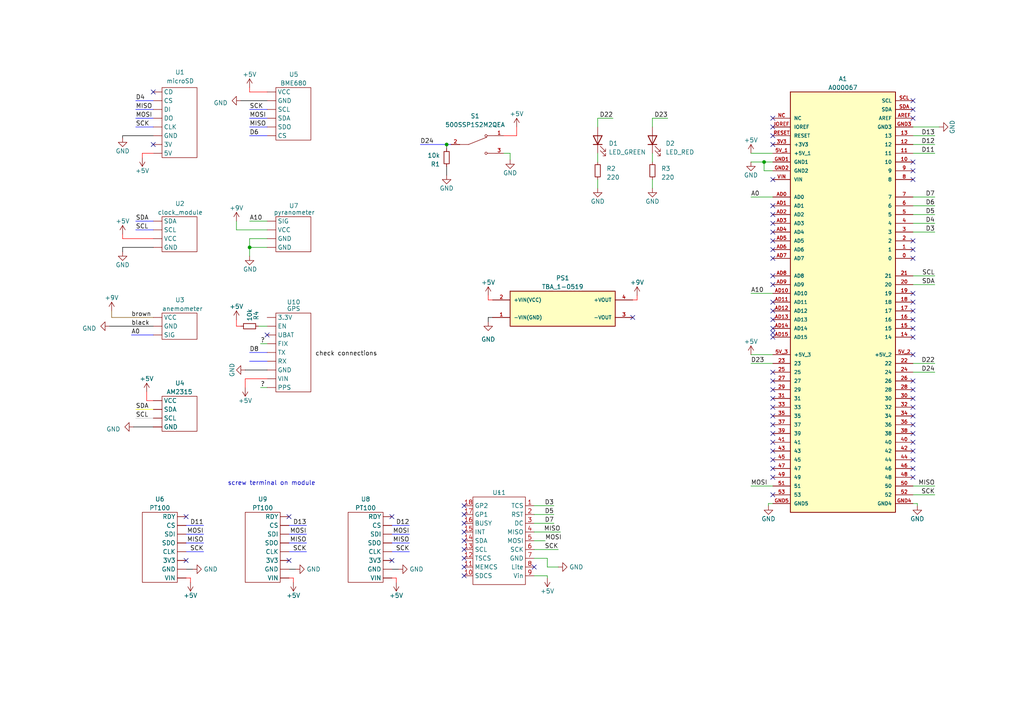
<source format=kicad_sch>
(kicad_sch (version 20230121) (generator eeschema)
  (paper "A4")
  (lib_symbols
    (symbol "Arduino Mega:A000067" (pin_names (offset 1.016))
      (property "Reference" "A" (at -15.24 61.595 0))
      (property "Value" "A000067" (at -15.24 -63.5 0))
      (symbol "A000067_0_0"
        (rectangle (start -15.24 -60.96) (end 15.24 60.96) (stroke (width 0.254)) (fill (type background)))
        (pin passive line (at 20.32 12.7 180) (length 5.08) (name "0") (number "0"))
        (pin passive line (at 20.32 15.24 180) (length 5.08) (name "1") (number "1"))
        (pin passive line (at 20.32 40.64 180) (length 5.08) (name "10") (number "10"))
        (pin passive line (at 20.32 43.18 180) (length 5.08) (name "11") (number "11"))
        (pin passive line (at 20.32 45.72 180) (length 5.08) (name "12") (number "12"))
        (pin passive line (at 20.32 48.26 180) (length 5.08) (name "13") (number "13"))
        (pin passive line (at 20.32 -10.16 180) (length 5.08) (name "14") (number "14"))
        (pin passive line (at 20.32 -7.62 180) (length 5.08) (name "15") (number "15"))
        (pin passive line (at 20.32 -5.08 180) (length 5.08) (name "16") (number "16"))
        (pin passive line (at 20.32 -2.54 180) (length 5.08) (name "17") (number "17"))
        (pin passive line (at 20.32 0 180) (length 5.08) (name "18") (number "18"))
        (pin passive line (at 20.32 2.54 180) (length 5.08) (name "19") (number "19"))
        (pin passive line (at 20.32 17.78 180) (length 5.08) (name "2") (number "2"))
        (pin passive line (at 20.32 5.08 180) (length 5.08) (name "20") (number "20"))
        (pin passive line (at 20.32 7.62 180) (length 5.08) (name "21") (number "21"))
        (pin passive line (at 20.32 -17.78 180) (length 5.08) (name "22") (number "22"))
        (pin passive line (at -20.32 -17.78 0) (length 5.08) (name "23") (number "23"))
        (pin passive line (at 20.32 -20.32 180) (length 5.08) (name "24") (number "24"))
        (pin passive line (at -20.32 -20.32 0) (length 5.08) (name "25") (number "25"))
        (pin passive line (at 20.32 -22.86 180) (length 5.08) (name "26") (number "26"))
        (pin passive line (at -20.32 -22.86 0) (length 5.08) (name "27") (number "27"))
        (pin passive line (at 20.32 -25.4 180) (length 5.08) (name "28") (number "28"))
        (pin passive line (at -20.32 -25.4 0) (length 5.08) (name "29") (number "29"))
        (pin passive line (at 20.32 20.32 180) (length 5.08) (name "3") (number "3"))
        (pin passive line (at 20.32 -27.94 180) (length 5.08) (name "30") (number "30"))
        (pin passive line (at -20.32 -27.94 0) (length 5.08) (name "31") (number "31"))
        (pin passive line (at 20.32 -30.48 180) (length 5.08) (name "32") (number "32"))
        (pin passive line (at -20.32 -30.48 0) (length 5.08) (name "33") (number "33"))
        (pin passive line (at 20.32 -33.02 180) (length 5.08) (name "34") (number "34"))
        (pin passive line (at -20.32 -33.02 0) (length 5.08) (name "35") (number "35"))
        (pin passive line (at 20.32 -35.56 180) (length 5.08) (name "36") (number "36"))
        (pin passive line (at -20.32 -35.56 0) (length 5.08) (name "37") (number "37"))
        (pin passive line (at 20.32 -38.1 180) (length 5.08) (name "38") (number "38"))
        (pin passive line (at -20.32 -38.1 0) (length 5.08) (name "39") (number "39"))
        (pin passive line (at -20.32 45.72 0) (length 5.08) (name "+3V3") (number "3V3"))
        (pin passive line (at 20.32 22.86 180) (length 5.08) (name "4") (number "4"))
        (pin passive line (at 20.32 -40.64 180) (length 5.08) (name "40") (number "40"))
        (pin passive line (at -20.32 -40.64 0) (length 5.08) (name "41") (number "41"))
        (pin passive line (at 20.32 -43.18 180) (length 5.08) (name "42") (number "42"))
        (pin passive line (at -20.32 -43.18 0) (length 5.08) (name "43") (number "43"))
        (pin passive line (at 20.32 -45.72 180) (length 5.08) (name "44") (number "44"))
        (pin passive line (at -20.32 -45.72 0) (length 5.08) (name "45") (number "45"))
        (pin passive line (at 20.32 -48.26 180) (length 5.08) (name "46") (number "46"))
        (pin passive line (at -20.32 -48.26 0) (length 5.08) (name "47") (number "47"))
        (pin passive line (at 20.32 -50.8 180) (length 5.08) (name "48") (number "48"))
        (pin passive line (at -20.32 -50.8 0) (length 5.08) (name "49") (number "49"))
        (pin passive line (at 20.32 25.4 180) (length 5.08) (name "5") (number "5"))
        (pin passive line (at 20.32 -53.34 180) (length 5.08) (name "50") (number "50"))
        (pin passive line (at -20.32 -53.34 0) (length 5.08) (name "51") (number "51"))
        (pin passive line (at 20.32 -55.88 180) (length 5.08) (name "52") (number "52"))
        (pin passive line (at -20.32 -55.88 0) (length 5.08) (name "53") (number "53"))
        (pin passive line (at -20.32 43.18 0) (length 5.08) (name "+5V_1") (number "5V_1"))
        (pin passive line (at 20.32 -15.24 180) (length 5.08) (name "+5V_2") (number "5V_2"))
        (pin passive line (at -20.32 -15.24 0) (length 5.08) (name "+5V_3") (number "5V_3"))
        (pin passive line (at 20.32 27.94 180) (length 5.08) (name "6") (number "6"))
        (pin passive line (at 20.32 30.48 180) (length 5.08) (name "7") (number "7"))
        (pin passive line (at 20.32 35.56 180) (length 5.08) (name "8") (number "8"))
        (pin passive line (at 20.32 38.1 180) (length 5.08) (name "9") (number "9"))
        (pin passive line (at -20.32 30.48 0) (length 5.08) (name "AD0") (number "AD0"))
        (pin passive line (at -20.32 27.94 0) (length 5.08) (name "AD1") (number "AD1"))
        (pin passive line (at -20.32 2.54 0) (length 5.08) (name "AD10") (number "AD10"))
        (pin passive line (at -20.32 0 0) (length 5.08) (name "AD11") (number "AD11"))
        (pin passive line (at -20.32 -2.54 0) (length 5.08) (name "AD12") (number "AD12"))
        (pin passive line (at -20.32 -5.08 0) (length 5.08) (name "AD13") (number "AD13"))
        (pin passive line (at -20.32 -7.62 0) (length 5.08) (name "AD14") (number "AD14"))
        (pin passive line (at -20.32 -10.16 0) (length 5.08) (name "AD15") (number "AD15"))
        (pin passive line (at -20.32 25.4 0) (length 5.08) (name "AD2") (number "AD2"))
        (pin passive line (at -20.32 22.86 0) (length 5.08) (name "AD3") (number "AD3"))
        (pin passive line (at -20.32 20.32 0) (length 5.08) (name "AD4") (number "AD4"))
        (pin passive line (at -20.32 17.78 0) (length 5.08) (name "AD5") (number "AD5"))
        (pin passive line (at -20.32 15.24 0) (length 5.08) (name "AD6") (number "AD6"))
        (pin passive line (at -20.32 12.7 0) (length 5.08) (name "AD7") (number "AD7"))
        (pin passive line (at -20.32 7.62 0) (length 5.08) (name "AD8") (number "AD8"))
        (pin passive line (at -20.32 5.08 0) (length 5.08) (name "AD9") (number "AD9"))
        (pin passive line (at 20.32 53.34 180) (length 5.08) (name "AREF") (number "AREF"))
        (pin passive line (at -20.32 40.64 0) (length 5.08) (name "GND1") (number "GND1"))
        (pin passive line (at -20.32 38.1 0) (length 5.08) (name "GND2") (number "GND2"))
        (pin passive line (at 20.32 50.8 180) (length 5.08) (name "GND3") (number "GND3"))
        (pin passive line (at 20.32 -58.42 180) (length 5.08) (name "GND4") (number "GND4"))
        (pin passive line (at -20.32 -58.42 0) (length 5.08) (name "GND5") (number "GND5"))
        (pin passive line (at -20.32 50.8 0) (length 5.08) (name "IOREF") (number "IOREF"))
        (pin passive line (at -20.32 53.34 0) (length 5.08) (name "NC") (number "NC"))
        (pin passive line (at -20.32 48.26 0) (length 5.08) (name "RESET") (number "RESET"))
        (pin passive line (at 20.32 58.42 180) (length 5.08) (name "SCL") (number "SCL"))
        (pin passive line (at 20.32 55.88 180) (length 5.08) (name "SDA") (number "SDA"))
        (pin passive line (at -20.32 35.56 0) (length 5.08) (name "VIN") (number "VIN"))
      )
    )
    (symbol "Device:LED" (pin_numbers hide) (pin_names (offset 1.016) hide)
      (property "Reference" "D" (at 0 2.54 0))
      (property "Value" "LED" (at 0 -2.54 0))
      (symbol "LED_0_1"
        (polyline (pts (xy -1.27 -1.27) (xy -1.27 1.27)) (stroke (width 0.254)))
        (polyline (pts (xy -1.27 0) (xy 1.27 0)))
        (polyline (pts (xy 1.27 -1.27) (xy 1.27 1.27) (xy -1.27 0) (xy 1.27 -1.27)) (stroke (width 0.254)))
        (polyline (pts (xy -3.048 -0.762) (xy -4.572 -2.286) (xy -3.81 -2.286) (xy -4.572 -2.286) (xy -4.572 -1.524)))
        (polyline (pts (xy -1.778 -0.762) (xy -3.302 -2.286) (xy -2.54 -2.286) (xy -3.302 -2.286) (xy -3.302 -1.524)))
      )
      (symbol "LED_1_1"
        (pin passive line (at -3.81 0 0) (length 2.54) (name "K") (number "1"))
        (pin passive line (at 3.81 0 180) (length 2.54) (name "A") (number "2"))
      )
    )
    (symbol "Device:R_Small" (pin_numbers hide) (pin_names (offset 0.254) hide)
      (property "Reference" "R" (at 0.762 0.508 0))
      (property "Value" "R_Small" (at 0.762 -1.016 0))
      (symbol "R_Small_0_1"
        (rectangle (start -0.762 1.778) (end 0.762 -1.778) (stroke (width 0.2032)))
      )
      (symbol "R_Small_1_1"
        (pin passive line (at 0 2.54 270) (length 0.762) (name "~") (number "1"))
        (pin passive line (at 0 -2.54 90) (length 0.762) (name "~") (number "2"))
      )
    )
    (symbol "custom_components:AM2315" (pin_numbers hide)
      (property "Reference" "U" (at 0 8.89 0))
      (property "Value" "AM2315" (at 1.27 6.35 0))
      (symbol "AM2315_0_1"
        (rectangle (start -5.08 5.08) (end 5.08 -5.08))
      )
      (symbol "AM2315_1_1"
        (pin power_in line (at -7.62 3.81 0) (length 2.54) (name "VCC") (number "1"))
        (pin input line (at -7.62 1.27 0) (length 2.54) (name "SDA") (number "2"))
        (pin input line (at -7.62 -1.27 0) (length 2.54) (name "SCL") (number "3"))
        (pin power_in line (at -7.62 -3.81 0) (length 2.54) (name "GND") (number "4"))
      )
    )
    (symbol "custom_components:BME680" (pin_numbers hide)
      (property "Reference" "U" (at 0 12.7 0))
      (property "Value" "BME680" (at 0 10.16 0))
      (symbol "BME680_0_1"
        (rectangle (start -5.08 8.89) (end 5.08 -6.35))
      )
      (symbol "BME680_1_1"
        (pin input line (at -7.62 7.62 0) (length 2.54) (name "VCC") (number "1"))
        (pin input line (at -7.62 5.08 0) (length 2.54) (name "GND") (number "2"))
        (pin input line (at -7.62 2.54 0) (length 2.54) (name "SCL") (number "3"))
        (pin input line (at -7.62 0 0) (length 2.54) (name "SDA") (number "4"))
        (pin input line (at -7.62 -2.54 0) (length 2.54) (name "SDO") (number "5"))
        (pin input line (at -7.62 -5.08 0) (length 2.54) (name "CS") (number "6"))
      )
    )
    (symbol "custom_components:GPS" (pin_numbers hide)
      (property "Reference" "U" (at 0 15.24 0))
      (property "Value" "GPS" (at 0 12.7 0))
      (symbol "GPS_0_1"
        (rectangle (start -5.08 11.43) (end 5.08 -11.43))
      )
      (symbol "GPS_1_1"
        (pin input line (at -7.62 10.16 0) (length 2.54) (name "3.3V") (number "1"))
        (pin input line (at -7.62 7.62 0) (length 2.54) (name "EN") (number "2"))
        (pin input line (at -7.62 5.08 0) (length 2.54) (name "UBAT") (number "3"))
        (pin input line (at -7.62 2.54 0) (length 2.54) (name "FIX") (number "4"))
        (pin input line (at -7.62 0 0) (length 2.54) (name "TX") (number "5"))
        (pin input line (at -7.62 -2.54 0) (length 2.54) (name "RX") (number "6"))
        (pin input line (at -7.62 -5.08 0) (length 2.54) (name "GND") (number "7"))
        (pin input line (at -7.62 -7.62 0) (length 2.54) (name "VIN") (number "8"))
        (pin input line (at -7.62 -10.16 0) (length 2.54) (name "PPS") (number "9"))
      )
    )
    (symbol "custom_components:PT100" (pin_numbers hide)
      (property "Reference" "U" (at 0 11.43 0))
      (property "Value" "PT100" (at 0 8.89 0))
      (symbol "PT100_0_1"
        (rectangle (start -5.08 7.62) (end 5.08 -12.7))
      )
      (symbol "PT100_1_1"
        (pin input line (at 7.62 6.35 180) (length 2.54) (name "RDY") (number "1"))
        (pin input line (at 7.62 3.81 180) (length 2.54) (name "CS") (number "2"))
        (pin input line (at 7.62 1.27 180) (length 2.54) (name "SDI") (number "3"))
        (pin input line (at 7.62 -1.27 180) (length 2.54) (name "SDO") (number "4"))
        (pin input line (at 7.62 -3.81 180) (length 2.54) (name "CLK") (number "5"))
        (pin input line (at 7.62 -6.35 180) (length 2.54) (name "3V3") (number "6"))
        (pin input line (at 7.62 -8.89 180) (length 2.54) (name "GND") (number "7"))
        (pin input line (at 7.62 -11.43 180) (length 2.54) (name "VIN") (number "8"))
      )
    )
    (symbol "custom_components:anemometer" (pin_numbers hide)
      (property "Reference" "U" (at 0 7.62 0))
      (property "Value" "anemometer" (at 0 5.08 0))
      (symbol "anemometer_0_1"
        (rectangle (start -5.08 3.81) (end 5.08 -3.81))
      )
      (symbol "anemometer_1_1"
        (pin input line (at -7.62 2.54 0) (length 2.54) (name "VCC") (number "1"))
        (pin input line (at -7.62 0 0) (length 2.54) (name "GND") (number "2"))
        (pin output line (at -7.62 -2.54 0) (length 2.54) (name "SIG") (number "3"))
      )
    )
    (symbol "custom_components:clock_module" (pin_numbers hide)
      (property "Reference" "U" (at 0 8.89 0))
      (property "Value" "clock_module" (at 0 6.35 0))
      (symbol "clock_module_0_1"
        (rectangle (start -5.08 5.08) (end 5.08 -5.08))
      )
      (symbol "clock_module_1_1"
        (pin bidirectional line (at -7.62 3.81 0) (length 2.54) (name "SDA") (number "1"))
        (pin input line (at -7.62 1.27 0) (length 2.54) (name "SCL") (number "2"))
        (pin input line (at -7.62 -1.27 0) (length 2.54) (name "VCC") (number "3"))
        (pin input line (at -7.62 -3.81 0) (length 2.54) (name "GND") (number "4"))
      )
    )
    (symbol "custom_components:display"
      (property "Reference" "U11" (at 0 0 0))
      (property "Value" "~" (at 0 0 0))
      (symbol "display_0_1"
        (rectangle (start -7.62 -1.27) (end 7.62 -26.67))
      )
      (symbol "display_1_1"
        (pin input line (at 10.16 -3.81 180) (length 2.54) (name "TCS") (number "1"))
        (pin input line (at -10.16 -24.13 0) (length 2.54) (name "SDCS") (number "10"))
        (pin input line (at -10.16 -21.59 0) (length 2.54) (name "MEMCS") (number "11"))
        (pin input line (at -10.16 -19.05 0) (length 2.54) (name "TSCS") (number "12"))
        (pin input line (at -10.16 -16.51 0) (length 2.54) (name "SCL") (number "13"))
        (pin input line (at -10.16 -13.97 0) (length 2.54) (name "SDA") (number "14"))
        (pin input line (at -10.16 -11.43 0) (length 2.54) (name "INT") (number "15"))
        (pin input line (at -10.16 -8.89 0) (length 2.54) (name "BUSY") (number "16"))
        (pin input line (at -10.16 -6.35 0) (length 2.54) (name "GP1") (number "17"))
        (pin input line (at -10.16 -3.81 0) (length 2.54) (name "GP2") (number "18"))
        (pin input line (at 10.16 -6.35 180) (length 2.54) (name "RST") (number "2"))
        (pin input line (at 10.16 -8.89 180) (length 2.54) (name "DC") (number "3"))
        (pin input line (at 10.16 -11.43 180) (length 2.54) (name "MISO") (number "4"))
        (pin input line (at 10.16 -13.97 180) (length 2.54) (name "MOSI") (number "5"))
        (pin input line (at 10.16 -16.51 180) (length 2.54) (name "SCK") (number "6"))
        (pin input line (at 10.16 -19.05 180) (length 2.54) (name "GND") (number "7"))
        (pin input line (at 10.16 -21.59 180) (length 2.54) (name "Lite") (number "8"))
        (pin input line (at 10.16 -24.13 180) (length 2.54) (name "Vin") (number "9"))
      )
    )
    (symbol "custom_components:microSD" (pin_numbers hide)
      (property "Reference" "U" (at 0 12.7 0))
      (property "Value" "microSD" (at 0 11.43 0))
      (symbol "microSD_0_1"
        (rectangle (start -5.08 10.16) (end 5.08 -10.16))
      )
      (symbol "microSD_1_1"
        (pin input line (at -7.62 8.89 0) (length 2.54) (name "CD") (number "1"))
        (pin input line (at -7.62 6.35 0) (length 2.54) (name "CS") (number "2"))
        (pin input line (at -7.62 3.81 0) (length 2.54) (name "DI") (number "3"))
        (pin output line (at -7.62 1.27 0) (length 2.54) (name "DO") (number "4"))
        (pin input line (at -7.62 -1.27 0) (length 2.54) (name "CLK") (number "5"))
        (pin input line (at -7.62 -3.81 0) (length 2.54) (name "GND") (number "6"))
        (pin input line (at -7.62 -6.35 0) (length 2.54) (name "3V") (number "7"))
        (pin input line (at -7.62 -8.89 0) (length 2.54) (name "5V") (number "8"))
      )
    )
    (symbol "custom_components:pyranometer" (pin_numbers hide)
      (property "Reference" "U" (at 0 3.81 0))
      (property "Value" "pyranometer" (at 0 2.54 0))
      (symbol "pyranometer_0_1"
        (rectangle (start -5.08 1.27) (end 5.08 -8.89))
      )
      (symbol "pyranometer_1_1"
        (pin input line (at -7.62 0 0) (length 2.54) (name "SIG") (number "1"))
        (pin input line (at -7.62 -2.54 0) (length 2.54) (name "VCC") (number "2"))
        (pin input line (at -7.62 -5.08 0) (length 2.54) (name "GND") (number "3"))
        (pin input line (at -7.62 -7.62 0) (length 2.54) (name "GND") (number "4"))
      )
    )
    (symbol "dcdc convertor:TBA_1-0519" (pin_names (offset 1.016))
      (property "Reference" "PS" (at -15.24 5.842 0))
      (property "Value" "TBA_1-0519" (at -15.24 -5.842 0))
      (symbol "TBA_1-0519_0_0"
        (rectangle (start -15.24 -5.08) (end 15.24 5.08) (stroke (width 0.254)) (fill (type background)))
        (pin input line (at -20.32 -2.54 0) (length 5.08) (name "-VIN(GND)") (number "1"))
        (pin input line (at -20.32 2.54 0) (length 5.08) (name "+VIN(VCC)") (number "2"))
        (pin output line (at 20.32 -2.54 180) (length 5.08) (name "-VOUT") (number "3"))
        (pin output line (at 20.32 2.54 180) (length 5.08) (name "+VOUT") (number "4"))
      )
    )
    (symbol "power:+5V" (power) (pin_names (offset 0))
      (property "Value" "+5V" (at 0 3.556 0))
      (symbol "+5V_0_1"
        (polyline (pts (xy -0.762 1.27) (xy 0 2.54)))
        (polyline (pts (xy 0 0) (xy 0 2.54)))
        (polyline (pts (xy 0 2.54) (xy 0.762 1.27)))
      )
      (symbol "+5V_1_1"
        (pin power_in line (at 0 0 90) (length 0) hide (name "+5V") (number "1"))
      )
    )
    (symbol "power:+9V" (power) (pin_names (offset 0))
      (property "Value" "+9V" (at 0 3.556 0))
      (symbol "+9V_0_1"
        (polyline (pts (xy -0.762 1.27) (xy 0 2.54)))
        (polyline (pts (xy 0 0) (xy 0 2.54)))
        (polyline (pts (xy 0 2.54) (xy 0.762 1.27)))
      )
      (symbol "+9V_1_1"
        (pin power_in line (at 0 0 90) (length 0) hide (name "+9V") (number "1"))
      )
    )
    (symbol "power:GND" (power) (pin_names (offset 0))
      (property "Value" "GND" (at 0 -3.81 0))
      (symbol "GND_0_1"
        (polyline (pts (xy 0 0) (xy 0 -1.27) (xy 1.27 -1.27) (xy 0 -2.54) (xy -1.27 -1.27) (xy 0 -1.27)))
      )
      (symbol "GND_1_1"
        (pin power_in line (at 0 0 270) (length 0) hide (name "GND") (number "1"))
      )
    )
    (symbol "switch:500SSP1S2M2QEA" (pin_names (offset 1.016))
      (property "Reference" "S" (at -2.54 5.08 0))
      (property "Value" "500SSP1S2M2QEA" (at -2.54 -5.08 0))
      (symbol "500SSP1S2M2QEA_0_0"
        (polyline (pts (xy -2.54 0) (xy -5.08 0)) (stroke (width 0.1524)))
        (polyline (pts (xy -2.54 0) (xy 2.794 2.1336)) (stroke (width 0.1524)))
        (polyline (pts (xy 5.08 -2.54) (xy 2.921 -2.54)) (stroke (width 0.1524)))
        (polyline (pts (xy 5.08 2.54) (xy 2.921 2.54)) (stroke (width 0.1524)))
        (circle (center 2.54 -2.54) (radius 0.3302) (stroke (width 0.1524)))
        (circle (center 2.54 2.54) (radius 0.3302) (stroke (width 0.1524)))
        (pin passive line (at 7.62 2.54 180) (length 2.54) (name "~") (number "1"))
        (pin passive line (at -7.62 0 0) (length 2.54) (name "~") (number "2"))
        (pin passive line (at 7.62 -2.54 180) (length 2.54) (name "~") (number "3"))
      )
    )
  )
  (junction (at 72.39 71.755))
  (junction (at 221.615 46.99))
  (junction (at 129.54 41.91))
  (no_connect (at 154.94 164.465))
  (no_connect (at 224.155 135.89))
  (no_connect (at 224.155 39.37))
  (no_connect (at 264.795 97.79))
  (no_connect (at 264.795 102.87))
  (no_connect (at 224.155 133.35))
  (no_connect (at 44.45 41.91))
  (no_connect (at 77.47 97.155))
  (no_connect (at 264.795 113.03))
  (no_connect (at 224.155 113.03))
  (no_connect (at 224.155 143.51))
  (no_connect (at 224.155 72.39))
  (no_connect (at 264.795 29.21))
  (no_connect (at 224.155 115.57))
  (no_connect (at 53.975 162.56))
  (no_connect (at 224.155 120.65))
  (no_connect (at 224.155 130.81))
  (no_connect (at 264.795 95.25))
  (no_connect (at 264.795 123.19))
  (no_connect (at 264.795 85.09))
  (no_connect (at 224.155 90.17))
  (no_connect (at 224.155 59.69))
  (no_connect (at 224.155 36.83))
  (no_connect (at 44.45 26.67))
  (no_connect (at 134.62 164.465))
  (no_connect (at 264.795 46.99))
  (no_connect (at 264.795 69.85))
  (no_connect (at 224.155 82.55))
  (no_connect (at 224.155 92.71))
  (no_connect (at 224.155 80.01))
  (no_connect (at 264.795 115.57))
  (no_connect (at 224.155 97.79))
  (no_connect (at 53.975 149.86))
  (no_connect (at 264.795 125.73))
  (no_connect (at 224.155 123.19))
  (no_connect (at 224.155 62.23))
  (no_connect (at 264.795 118.11))
  (no_connect (at 224.155 95.25))
  (no_connect (at 134.62 161.925))
  (no_connect (at 134.62 149.225))
  (no_connect (at 224.155 125.73))
  (no_connect (at 264.795 52.07))
  (no_connect (at 264.795 92.71))
  (no_connect (at 183.515 92.075))
  (no_connect (at 224.155 107.95))
  (no_connect (at 264.795 74.93))
  (no_connect (at 224.155 67.31))
  (no_connect (at 264.795 138.43))
  (no_connect (at 113.665 149.86))
  (no_connect (at 264.795 72.39))
  (no_connect (at 224.155 69.85))
  (no_connect (at 134.62 159.385))
  (no_connect (at 134.62 154.305))
  (no_connect (at 264.795 110.49))
  (no_connect (at 264.795 130.81))
  (no_connect (at 264.795 120.65))
  (no_connect (at 224.155 118.11))
  (no_connect (at 224.155 87.63))
  (no_connect (at 264.795 49.53))
  (no_connect (at 224.155 138.43))
  (no_connect (at 83.82 149.86))
  (no_connect (at 224.155 64.77))
  (no_connect (at 264.795 133.35))
  (no_connect (at 134.62 156.845))
  (no_connect (at 264.795 87.63))
  (no_connect (at 264.795 128.27))
  (no_connect (at 224.155 34.29))
  (no_connect (at 224.155 128.27))
  (no_connect (at 134.62 146.685))
  (no_connect (at 224.155 41.91))
  (no_connect (at 113.665 162.56))
  (no_connect (at 264.795 34.29))
  (no_connect (at 224.155 52.07))
  (no_connect (at 224.155 110.49))
  (no_connect (at 83.82 162.56))
  (no_connect (at 224.155 96.52))
  (no_connect (at 264.795 31.75))
  (no_connect (at 224.155 74.93))
  (no_connect (at 134.62 167.005))
  (no_connect (at 264.795 135.89))
  (no_connect (at 264.795 90.17))
  (no_connect (at 134.62 151.765))
  (wire (pts (xy 39.37 64.135) (xy 44.45 64.135)) (stroke (width 0) (color 0 0 255 1)))
  (wire (pts (xy 189.23 44.45) (xy 189.23 46.99)))
  (wire (pts (xy 72.39 39.37) (xy 77.47 39.37)) (stroke (width 0) (color 0 0 255 1)))
  (wire (pts (xy 35.56 69.215) (xy 44.45 69.215)) (stroke (width 0) (color 255 0 0 1)))
  (wire (pts (xy 264.795 146.05) (xy 266.065 146.05)))
  (wire (pts (xy 32.385 92.075) (xy 32.385 90.17)) (stroke (width 0) (color 128 77 0 1)))
  (wire (pts (xy 71.12 109.855) (xy 77.47 109.855)) (stroke (width 0) (color 255 0 0 1)))
  (wire (pts (xy 75.565 99.695) (xy 77.47 99.695)))
  (wire (pts (xy 39.37 34.29) (xy 44.45 34.29)) (stroke (width 0) (color 0 0 255 1)))
  (wire (pts (xy 217.805 102.87) (xy 224.155 102.87)))
  (wire (pts (xy 129.54 50.8) (xy 129.54 48.26)) (stroke (width 0) (color 0 0 0 1)))
  (wire (pts (xy 113.665 160.02) (xy 118.745 160.02)) (stroke (width 0) (color 0 0 255 1)))
  (wire (pts (xy 77.47 71.755) (xy 72.39 71.755)))
  (wire (pts (xy 68.58 94.615) (xy 69.85 94.615)) (stroke (width 0) (color 255 0 0 1)))
  (wire (pts (xy 221.615 49.53) (xy 221.615 46.99)))
  (wire (pts (xy 42.545 113.665) (xy 42.545 116.205)) (stroke (width 0) (color 255 0 0 1)))
  (wire (pts (xy 71.12 109.855) (xy 71.12 112.395)) (stroke (width 0) (color 255 0 0 1)))
  (wire (pts (xy 72.39 71.755) (xy 72.39 74.295)))
  (wire (pts (xy 121.92 41.91) (xy 129.54 41.91)) (stroke (width 0) (color 0 0 255 1)))
  (wire (pts (xy 53.975 157.48) (xy 59.055 157.48)) (stroke (width 0) (color 0 0 255 1)))
  (wire (pts (xy 217.805 44.45) (xy 224.155 44.45)))
  (wire (pts (xy 68.58 66.675) (xy 68.58 64.135)))
  (wire (pts (xy 146.05 44.45) (xy 147.955 44.45)))
  (wire (pts (xy 222.885 146.685) (xy 222.885 146.05)))
  (wire (pts (xy 53.975 152.4) (xy 59.055 152.4)) (stroke (width 0) (color 0 0 255 1)))
  (wire (pts (xy 31.75 94.615) (xy 44.45 94.615)) (stroke (width 0) (color 0 0 0 1)))
  (wire (pts (xy 217.805 85.09) (xy 224.155 85.09)))
  (wire (pts (xy 146.05 39.37) (xy 149.86 39.37)) (stroke (width 0) (color 255 0 0 1)))
  (wire (pts (xy 113.665 165.1) (xy 115.57 165.1)) (stroke (width 0) (color 0 0 0 1)))
  (wire (pts (xy 158.75 164.465) (xy 158.75 161.925)))
  (wire (pts (xy 264.795 57.15) (xy 271.145 57.15)))
  (wire (pts (xy 221.615 46.99) (xy 224.155 46.99)))
  (wire (pts (xy 72.39 26.67) (xy 72.39 25.4)) (stroke (width 0) (color 255 0 0 1)))
  (wire (pts (xy 39.37 31.75) (xy 44.45 31.75)) (stroke (width 0) (color 0 0 255 1)))
  (wire (pts (xy 154.94 151.765) (xy 160.655 151.765)))
  (wire (pts (xy 184.785 86.995) (xy 183.515 86.995)) (stroke (width 0) (color 255 0 0 1)))
  (wire (pts (xy 41.275 44.45) (xy 41.275 45.72)) (stroke (width 0) (color 255 0 0 1)))
  (wire (pts (xy 141.605 86.995) (xy 142.875 86.995)) (stroke (width 0) (color 255 0 0 1)))
  (wire (pts (xy 189.23 34.29) (xy 189.23 36.83)))
  (wire (pts (xy 173.355 52.07) (xy 173.355 54.61)))
  (wire (pts (xy 53.975 165.1) (xy 55.88 165.1)) (stroke (width 0) (color 0 0 0 1)))
  (wire (pts (xy 74.93 94.615) (xy 77.47 94.615)))
  (wire (pts (xy 271.145 41.91) (xy 264.795 41.91)))
  (wire (pts (xy 77.47 69.215) (xy 72.39 69.215)))
  (wire (pts (xy 113.665 152.4) (xy 118.745 152.4)) (stroke (width 0) (color 0 0 255 1)))
  (wire (pts (xy 53.975 160.02) (xy 59.055 160.02)) (stroke (width 0) (color 0 0 255 1)))
  (wire (pts (xy 158.75 161.925) (xy 154.94 161.925)))
  (wire (pts (xy 38.1 97.155) (xy 44.45 97.155)) (stroke (width 0) (color 0 0 255 1)))
  (wire (pts (xy 149.86 39.37) (xy 149.86 36.83)) (stroke (width 0) (color 255 0 0 1)))
  (wire (pts (xy 271.145 107.95) (xy 264.795 107.95)))
  (wire (pts (xy 72.39 34.29) (xy 77.47 34.29)) (stroke (width 0) (color 0 0 255 1)))
  (wire (pts (xy 271.145 39.37) (xy 264.795 39.37)))
  (wire (pts (xy 217.805 46.99) (xy 221.615 46.99)))
  (wire (pts (xy 154.94 159.385) (xy 161.925 159.385)))
  (wire (pts (xy 264.795 80.01) (xy 271.145 80.01)))
  (wire (pts (xy 264.795 62.23) (xy 271.145 62.23)))
  (wire (pts (xy 113.665 157.48) (xy 118.745 157.48)) (stroke (width 0) (color 0 0 255 1)))
  (wire (pts (xy 189.23 52.07) (xy 189.23 54.61)))
  (wire (pts (xy 72.39 36.83) (xy 77.47 36.83)) (stroke (width 0) (color 0 0 255 1)))
  (wire (pts (xy 72.39 104.775) (xy 77.47 104.775)) (stroke (width 0) (color 0 0 255 1)))
  (wire (pts (xy 53.975 154.94) (xy 59.055 154.94)) (stroke (width 0) (color 0 0 255 1)))
  (wire (pts (xy 113.665 154.94) (xy 118.745 154.94)) (stroke (width 0) (color 0 0 255 1)))
  (wire (pts (xy 35.56 71.755) (xy 44.45 71.755)) (stroke (width 0) (color 0 0 0 1)))
  (wire (pts (xy 222.885 146.05) (xy 224.155 146.05)))
  (wire (pts (xy 42.545 116.205) (xy 44.45 116.205)) (stroke (width 0) (color 255 0 0 1)))
  (wire (pts (xy 72.39 102.235) (xy 77.47 102.235)) (stroke (width 0) (color 0 0 255 1)))
  (wire (pts (xy 173.355 34.29) (xy 173.355 36.83)))
  (wire (pts (xy 264.795 64.77) (xy 271.145 64.77)))
  (wire (pts (xy 141.605 92.075) (xy 142.875 92.075)) (stroke (width 0) (color 0 0 0 1)))
  (wire (pts (xy 39.37 121.285) (xy 44.45 121.285)) (stroke (width 0) (color 200 200 200 1)))
  (wire (pts (xy 35.56 39.37) (xy 44.45 39.37)) (stroke (width 0) (color 0 0 0 1)))
  (wire (pts (xy 129.54 41.91) (xy 130.81 41.91)) (stroke (width 0) (color 0 0 255 1)))
  (wire (pts (xy 266.065 146.05) (xy 266.065 146.685)))
  (wire (pts (xy 217.805 57.15) (xy 224.155 57.15)))
  (wire (pts (xy 38.735 123.825) (xy 44.45 123.825)) (stroke (width 0) (color 1 1 1 1)))
  (wire (pts (xy 217.805 140.97) (xy 224.155 140.97)))
  (wire (pts (xy 72.39 69.215) (xy 72.39 71.755)))
  (wire (pts (xy 77.47 66.675) (xy 68.58 66.675)))
  (wire (pts (xy 55.245 167.64) (xy 53.975 167.64)) (stroke (width 0) (color 255 0 0 1)))
  (wire (pts (xy 39.37 29.21) (xy 44.45 29.21)) (stroke (width 0) (color 0 0 255 1)))
  (wire (pts (xy 271.145 67.31) (xy 264.795 67.31)))
  (wire (pts (xy 55.245 167.64) (xy 55.245 168.91)) (stroke (width 0) (color 255 0 0 1)))
  (wire (pts (xy 72.39 31.75) (xy 77.47 31.75)) (stroke (width 0) (color 0 0 255 1)))
  (wire (pts (xy 85.09 167.64) (xy 85.09 168.91)) (stroke (width 0) (color 255 0 0 1)))
  (wire (pts (xy 154.94 154.305) (xy 162.56 154.305)))
  (wire (pts (xy 141.605 85.725) (xy 141.605 86.995)) (stroke (width 0) (color 255 0 0 1)))
  (wire (pts (xy 85.09 167.64) (xy 83.82 167.64)) (stroke (width 0) (color 255 0 0 1)))
  (wire (pts (xy 177.8 34.29) (xy 173.355 34.29)))
  (wire (pts (xy 114.935 167.64) (xy 113.665 167.64)) (stroke (width 0) (color 255 0 0 1)))
  (wire (pts (xy 264.795 143.51) (xy 271.145 143.51)))
  (wire (pts (xy 35.56 71.755) (xy 35.56 73.025)) (stroke (width 0) (color 0 0 0 1)))
  (wire (pts (xy 129.54 41.91) (xy 129.54 43.18)) (stroke (width 0) (color 0 0 0 1)))
  (wire (pts (xy 35.56 39.37) (xy 35.56 40.005)) (stroke (width 0) (color 0 0 0 1)))
  (wire (pts (xy 114.935 167.64) (xy 114.935 168.91)) (stroke (width 0) (color 255 0 0 1)))
  (wire (pts (xy 264.795 140.97) (xy 271.145 140.97)))
  (wire (pts (xy 271.145 105.41) (xy 264.795 105.41)))
  (wire (pts (xy 154.94 156.845) (xy 158.115 156.845)))
  (wire (pts (xy 83.82 165.1) (xy 85.725 165.1)) (stroke (width 0) (color 0 0 0 1)))
  (wire (pts (xy 158.75 167.005) (xy 158.75 167.64)))
  (wire (pts (xy 154.94 167.005) (xy 158.75 167.005)))
  (wire (pts (xy 68.58 94.615) (xy 68.58 92.71)) (stroke (width 0) (color 255 0 0 1)))
  (wire (pts (xy 271.145 44.45) (xy 264.795 44.45)))
  (wire (pts (xy 83.82 157.48) (xy 88.9 157.48)) (stroke (width 0) (color 0 0 255 1)))
  (wire (pts (xy 154.94 146.685) (xy 160.655 146.685)))
  (wire (pts (xy 271.145 59.69) (xy 264.795 59.69)))
  (wire (pts (xy 217.805 105.41) (xy 224.155 105.41)))
  (wire (pts (xy 35.56 69.215) (xy 35.56 67.945)) (stroke (width 0) (color 255 0 0 1)))
  (wire (pts (xy 75.565 112.395) (xy 77.47 112.395)))
  (wire (pts (xy 83.82 160.02) (xy 88.9 160.02)) (stroke (width 0) (color 0 0 255 1)))
  (wire (pts (xy 154.94 149.225) (xy 160.655 149.225)))
  (wire (pts (xy 32.385 92.075) (xy 44.45 92.075)) (stroke (width 0) (color 128 77 0 1)))
  (wire (pts (xy 264.795 36.83) (xy 272.415 36.83)))
  (wire (pts (xy 83.82 154.94) (xy 88.9 154.94)) (stroke (width 0) (color 0 0 255 1)))
  (wire (pts (xy 71.12 107.315) (xy 77.47 107.315)) (stroke (width 0) (color 0 0 0 1)))
  (wire (pts (xy 72.39 26.67) (xy 77.47 26.67)) (stroke (width 0) (color 255 0 0 1)))
  (wire (pts (xy 39.37 66.675) (xy 44.45 66.675)) (stroke (width 0) (color 0 0 255 1)))
  (wire (pts (xy 193.675 34.29) (xy 189.23 34.29)))
  (wire (pts (xy 141.605 93.345) (xy 141.605 92.075)) (stroke (width 0) (color 0 0 0 1)))
  (wire (pts (xy 69.85 29.21) (xy 77.47 29.21)) (stroke (width 0) (color 0 0 0 1)))
  (wire (pts (xy 39.37 118.745) (xy 44.45 118.745)) (stroke (width 0) (color 255 255 0 1)))
  (wire (pts (xy 41.275 44.45) (xy 44.45 44.45)) (stroke (width 0) (color 255 0 0 1)))
  (wire (pts (xy 83.82 152.4) (xy 88.9 152.4)) (stroke (width 0) (color 0 0 255 1)))
  (wire (pts (xy 224.155 49.53) (xy 221.615 49.53)))
  (wire (pts (xy 158.75 164.465) (xy 161.925 164.465)))
  (wire (pts (xy 173.355 44.45) (xy 173.355 46.99)))
  (wire (pts (xy 39.37 36.83) (xy 44.45 36.83)) (stroke (width 0) (color 0 0 255 1)))
  (wire (pts (xy 147.955 44.45) (xy 147.955 46.355)))
  (wire (pts (xy 264.795 82.55) (xy 271.145 82.55)))
  (wire (pts (xy 72.39 64.135) (xy 77.47 64.135)))
  (wire (pts (xy 184.785 85.725) (xy 184.785 86.995)) (stroke (width 0) (color 255 0 0 1)))
  (text "screw terminal on module" (at 66.04 140.97 0) (effects (font (size 1.27 1.27)) (justify left bottom)))
  (label "MISO" (at 88.9 157.48 180))
  (label "D13" (at 88.9 152.4 180))
  (label "SCK" (at 88.9 160.02 180))
  (label "SCK" (at 161.925 159.385 180))
  (label "D5" (at 160.655 149.225 180))
  (label "A0" (at 217.805 57.15 0))
  (label "D23" (at 193.675 34.29 180))
  (label "D4" (at 271.145 64.77 180))
  (label "D8" (at 72.39 102.235 0))
  (label "SDA" (at 39.37 64.135 0))
  (label "D3" (at 160.655 146.685 180))
  (label "MOSI" (at 39.37 34.29 0))
  (label "D5" (at 271.145 62.23 180))
  (label "black" (at 38.1 94.615 0))
  (label "D23" (at 217.805 105.41 0))
  (label "D22" (at 177.8 34.29 180))
  (label "D22" (at 271.145 105.41 180))
  (label "A10" (at 217.805 85.09 0))
  (label "SCK" (at 271.145 143.51 180))
  (label "SCL" (at 39.37 66.675 0))
  (label "SDA" (at 271.145 82.55 180))
  (label "?" (at 75.565 112.395 0))
  (label "?" (at 75.565 99.695 0))
  (label "D7" (at 271.145 57.15 180))
  (label "D6" (at 72.39 39.37 0))
  (label "D3" (at 271.145 67.31 180))
  (label "MOSI" (at 217.805 140.97 0))
  (label "SCK" (at 39.37 36.83 0))
  (label "SCK" (at 59.055 160.02 180))
  (label "MOSI" (at 59.055 154.94 180))
  (label "MISO" (at 118.745 157.48 180))
  (label "D24" (at 271.145 107.95 180))
  (label "D12" (at 118.745 152.4 180))
  (label "MISO" (at 59.055 157.48 180))
  (label "SCK" (at 118.745 160.02 180))
  (label "MISO" (at 271.145 140.97 180))
  (label "SCL" (at 271.145 80.01 180))
  (label "MOSI" (at 88.9 154.94 180))
  (label "brown" (at 38.1 92.075 0))
  (label "D24" (at 121.92 41.91 0))
  (label "SCL" (at 39.37 121.285 0))
  (label "D6" (at 271.145 59.69 180))
  (label "A0" (at 38.1 97.155 0))
  (label "D11" (at 271.145 44.45 180))
  (label "D12" (at 271.145 41.91 180))
  (label "A10" (at 72.39 64.135 0))
  (label "MISO" (at 162.56 154.305 180))
  (label "D7" (at 160.655 151.765 180))
  (label "D11" (at 59.055 152.4 180))
  (label "D4" (at 39.37 29.21 0))
  (label "MOSI" (at 158.115 156.845 0))
  (label "SCK" (at 72.39 31.75 0))
  (label "MISO" (at 72.39 36.83 0))
  (label "D13" (at 271.145 39.37 180))
  (label "MOSI" (at 72.39 34.29 0))
  (label "MISO" (at 39.37 31.75 0))
  (label "SDA" (at 39.37 118.745 0))
  (label "MOSI" (at 118.745 154.94 180))
  (label "check connections" (at 91.44 103.505 0))
  (symbol (lib_id "power:GND") (at 72.39 74.295 0) (mirror y) (unit 1)
    (property "Reference" "#PWR019" (effects hide))
    (property "Value" "GND" (at 70.485 78.105 0) (effects (justify right)))
  )
  (symbol (lib_id "power:GND") (at 266.065 146.685 0) (unit 1)
    (property "Reference" "#PWR032" (effects hide))
    (property "Value" "GND" (at 266.065 150.495 0))
  )
  (symbol (lib_id "power:GND") (at 147.955 46.355 0) (unit 1)
    (property "Reference" "#PWR015" (effects hide))
    (property "Value" "GND" (at 147.955 50.165 0))
  )
  (symbol (lib_id "power:+9V") (at 184.785 85.725 0) (unit 1)
    (property "Reference" "#PWR031" (effects hide))
    (property "Value" "+9V" (at 184.785 81.915 0))
  )
  (symbol (lib_id "custom_components:PT100") (at 106.045 156.21 0) (unit 1)
    (property "Reference" "U8" (at 106.045 144.78 0))
    (property "Value" "PT100" (at 106.045 147.32 0))
    (property "Footprint" "custom_components:PT100" (effects hide))
  )
  (symbol (lib_id "power:GND") (at 35.56 73.025 0) (unit 1)
    (property "Reference" "#PWR06" (effects hide))
    (property "Value" "GND" (at 35.56 76.835 0))
  )
  (symbol (lib_id "custom_components:AM2315") (at 52.07 120.015 0) (unit 1)
    (property "Reference" "U4" (at 50.8 111.125 0) (effects (justify left)))
    (property "Value" "AM2315" (at 48.26 113.665 0) (effects (justify left)))
    (property "Footprint" "custom_components:screw_terminal_4pin" (effects hide))
  )
  (symbol (lib_id "power:GND") (at 35.56 40.005 0) (unit 1)
    (property "Reference" "#PWR04" (effects hide))
    (property "Value" "GND" (at 35.56 43.815 0))
  )
  (symbol (lib_id "power:+5V") (at 41.275 45.72 180) (unit 1)
    (property "Reference" "#PWR03" (effects hide))
    (property "Value" "+5V" (at 41.275 49.53 0))
  )
  (symbol (lib_id "power:GND") (at 129.54 50.8 0) (unit 1)
    (property "Reference" "#PWR011" (effects hide))
    (property "Value" "GND" (at 129.54 54.61 0))
  )
  (symbol (lib_id "power:+5V") (at 141.605 85.725 0) (unit 1)
    (property "Reference" "#PWR029" (effects hide))
    (property "Value" "+5V" (at 141.605 81.915 0))
  )
  (symbol (lib_id "Device:R_Small") (at 129.54 45.72 180) (unit 1)
    (property "Reference" "R1" (at 127.635 47.625 0) (effects (justify left)))
    (property "Value" "10k" (at 127.635 45.085 0) (effects (justify left)))
    (property "Footprint" "Resistor_SMD:R_1206_3216Metric" (effects hide))
  )
  (symbol (lib_id "power:+9V") (at 68.58 64.135 0) (unit 1)
    (property "Reference" "#PWR016" (effects hide))
    (property "Value" "+9V" (at 68.58 60.325 0))
  )
  (symbol (lib_id "Device:LED") (at 189.23 40.64 90) (unit 1)
    (property "Reference" "D2" (at 193.04 41.5925 90) (effects (justify right)))
    (property "Value" "LED_RED" (at 193.04 44.1325 90) (effects (justify right)))
    (property "Footprint" "LED_SMD:LED_1206_3216Metric_Pad1.42x1.75mm_HandSolder" (effects hide))
  )
  (symbol (lib_id "power:+5V") (at 42.545 113.665 0) (unit 1)
    (property "Reference" "#PWR08" (effects hide))
    (property "Value" "+5V" (at 42.545 109.855 0))
  )
  (symbol (lib_id "power:+5V") (at 149.86 36.83 0) (unit 1)
    (property "Reference" "#PWR014" (effects hide))
    (property "Value" "+5V" (at 149.86 33.02 0))
  )
  (symbol (lib_id "power:+5V") (at 217.805 102.87 0) (unit 1)
    (property "Reference" "#PWR017" (effects hide))
    (property "Value" "+5V" (at 217.805 99.06 0))
  )
  (symbol (lib_id "Device:R_Small") (at 72.39 94.615 270) (unit 1)
    (property "Reference" "R4" (at 74.295 90.17 0) (effects (justify left)))
    (property "Value" "10k" (at 72.39 89.535 0) (effects (justify left)))
    (property "Footprint" "Resistor_SMD:R_1206_3216Metric" (effects hide))
  )
  (symbol (lib_id "power:GND") (at 38.735 123.825 270) (unit 1)
    (property "Reference" "#PWR010" (effects hide))
    (property "Value" "GND" (at 34.925 124.46 90) (effects (justify right)))
  )
  (symbol (lib_id "custom_components:display") (at 144.78 142.875 0) (unit 1)
    (property "Reference" "U11" (at 144.78 142.875 0))
    (property "Value" "~" (at 144.78 142.875 0))
    (property "Footprint" "custom_components:display" (effects hide))
  )
  (symbol (lib_id "custom_components:microSD") (at 52.07 35.56 0) (unit 1)
    (property "Reference" "U1" (at 50.8 20.955 0) (effects (justify left)))
    (property "Value" "microSD" (at 48.26 23.495 0) (effects (justify left)))
    (property "Footprint" "custom_components:microSD" (effects hide))
  )
  (symbol (lib_id "power:+5V") (at 85.09 168.91 0) (mirror x) (unit 1)
    (property "Reference" "#PWR027" (effects hide))
    (property "Value" "+5V" (at 85.09 172.72 0))
  )
  (symbol (lib_id "power:+5V") (at 68.58 92.71 0) (unit 1)
    (property "Reference" "#PWR035" (effects hide))
    (property "Value" "+5V" (at 68.58 88.9 0))
  )
  (symbol (lib_id "custom_components:PT100") (at 76.2 156.21 0) (unit 1)
    (property "Reference" "U9" (at 76.2 144.78 0))
    (property "Value" "PT100" (at 76.2 147.32 0))
    (property "Footprint" "custom_components:PT100" (effects hide))
  )
  (symbol (lib_id "power:+5V") (at 35.56 67.945 0) (unit 1)
    (property "Reference" "#PWR05" (effects hide))
    (property "Value" "+5V" (at 35.56 64.135 0))
  )
  (symbol (lib_id "Device:R_Small") (at 189.23 49.53 0) (unit 1)
    (property "Reference" "R3" (at 191.77 48.895 0) (effects (justify left)))
    (property "Value" "220" (at 191.77 51.435 0) (effects (justify left)))
    (property "Footprint" "Resistor_SMD:R_1206_3216Metric_Pad1.30x1.75mm_HandSolder" (effects hide))
    (property "Productnumber" "CRGCQ1206F220R" (effects hide))
  )
  (symbol (lib_id "power:GND") (at 189.23 54.61 0) (unit 1)
    (property "Reference" "#PWR09" (effects hide))
    (property "Value" "GND" (at 189.23 58.42 0))
  )
  (symbol (lib_id "power:GND") (at 71.12 107.315 270) (unit 1)
    (property "Reference" "#PWR036" (effects hide))
    (property "Value" "GND" (at 67.31 107.315 0))
  )
  (symbol (lib_id "power:GND") (at 272.415 36.83 90) (unit 1)
    (property "Reference" "#PWR033" (effects hide))
    (property "Value" "GND" (at 276.225 36.83 0))
  )
  (symbol (lib_id "power:+5V") (at 114.935 168.91 0) (mirror x) (unit 1)
    (property "Reference" "#PWR025" (effects hide))
    (property "Value" "+5V" (at 114.935 172.72 0))
  )
  (symbol (lib_id "power:GND") (at 222.885 146.685 0) (unit 1)
    (property "Reference" "#PWR028" (effects hide))
    (property "Value" "GND" (at 222.885 150.495 0))
  )
  (symbol (lib_id "Device:LED") (at 173.355 40.64 90) (unit 1)
    (property "Reference" "D1" (at 176.53 41.5925 90) (effects (justify right)))
    (property "Value" "LED_GREEN" (at 176.53 44.1325 90) (effects (justify right)))
    (property "Footprint" "LED_SMD:LED_1206_3216Metric_Pad1.42x1.75mm_HandSolder" (effects hide))
  )
  (symbol (lib_id "custom_components:pyranometer") (at 85.09 64.135 0) (unit 1)
    (property "Reference" "U7" (at 83.82 59.69 0) (effects (justify left)))
    (property "Value" "pyranometer" (at 79.375 61.595 0) (effects (justify left)))
    (property "Footprint" "custom_components:screw_terminal_4pin" (effects hide))
  )
  (symbol (lib_id "power:+5V") (at 71.12 112.395 180) (unit 1)
    (property "Reference" "#PWR037" (effects hide))
    (property "Value" "+5V" (at 71.12 116.205 0))
  )
  (symbol (lib_id "power:+9V") (at 32.385 90.17 0) (unit 1)
    (property "Reference" "#PWR02" (effects hide))
    (property "Value" "+9V" (at 32.385 86.36 0))
  )
  (symbol (lib_id "power:+5V") (at 55.245 168.91 0) (mirror x) (unit 1)
    (property "Reference" "#PWR023" (effects hide))
    (property "Value" "+5V" (at 55.245 172.72 0))
  )
  (symbol (lib_id "power:GND") (at 31.75 94.615 270) (unit 1)
    (property "Reference" "#PWR01" (effects hide))
    (property "Value" "GND" (at 27.94 95.25 90) (effects (justify right)))
  )
  (symbol (lib_id "power:GND") (at 161.925 164.465 90) (mirror x) (unit 1)
    (property "Reference" "#PWR034" (effects hide))
    (property "Value" "GND" (at 165.1 164.465 90) (effects (justify right)))
  )
  (symbol (lib_id "power:+5V") (at 72.39 25.4 0) (unit 1)
    (property "Reference" "#PWR013" (effects hide))
    (property "Value" "+5V" (at 72.39 21.59 0))
  )
  (symbol (lib_id "power:GND") (at 217.805 46.99 0) (unit 1)
    (property "Reference" "#PWR021" (effects hide))
    (property "Value" "GND" (at 217.805 50.8 0))
  )
  (symbol (lib_id "power:GND") (at 115.57 165.1 90) (mirror x) (unit 1)
    (property "Reference" "#PWR024" (effects hide))
    (property "Value" "GND" (at 118.745 165.1 90) (effects (justify right)))
  )
  (symbol (lib_id "power:GND") (at 55.88 165.1 90) (mirror x) (unit 1)
    (property "Reference" "#PWR022" (effects hide))
    (property "Value" "GND" (at 59.055 165.1 90) (effects (justify right)))
  )
  (symbol (lib_id "Device:R_Small") (at 173.355 49.53 0) (unit 1)
    (property "Reference" "R2" (at 175.895 48.895 0) (effects (justify left)))
    (property "Value" "220" (at 175.895 51.435 0) (effects (justify left)))
    (property "Footprint" "Resistor_SMD:R_1206_3216Metric_Pad1.30x1.75mm_HandSolder" (effects hide))
    (property "Productnumber" "CRGCQ1206F220R" (effects hide))
  )
  (symbol (lib_id "custom_components:anemometer") (at 52.07 94.615 0) (unit 1)
    (property "Reference" "U3" (at 50.8 86.995 0) (effects (justify left)))
    (property "Value" "anemometer" (at 46.99 89.535 0) (effects (justify left)))
    (property "Footprint" "custom_components:screw_terminal_3pin" (effects hide))
  )
  (symbol (lib_id "Arduino Mega:A000067") (at 244.475 87.63 0) (unit 1)
    (property "Reference" "A1" (at 244.475 22.86 0))
    (property "Value" "A000067" (at 244.475 25.4 0))
    (property "Footprint" "ARDUINO_A000067" (effects hide))
    (property "MF" "Arduino" (effects hide))
    (property "DESCRIPTION" "Dev.kit: Arduino; SPI, TWI, UART; ICSP, USB B, pin strips, supply" (effects hide))
    (property "PACKAGE" "None" (effects hide))
    (property "PRICE" "None" (effects hide))
    (property "MP" "ARDUINO MEGA2560 REV3 - RETAIL" (effects hide))
    (property "AVAILABILITY" "Unavailable" (effects hide))
  )
  (symbol (lib_id "power:GND") (at 85.725 165.1 90) (mirror x) (unit 1)
    (property "Reference" "#PWR026" (effects hide))
    (property "Value" "GND" (at 88.9 165.1 90) (effects (justify right)))
  )
  (symbol (lib_id "custom_components:BME680") (at 85.09 34.29 0) (unit 1)
    (property "Reference" "U5" (at 83.82 21.59 0) (effects (justify left)))
    (property "Value" "BME680" (at 81.28 24.13 0) (effects (justify left)))
    (property "Footprint" "custom_components:BME680" (effects hide))
  )
  (symbol (lib_id "switch:500SSP1S2M2QEA") (at 138.43 41.91 0) (unit 1)
    (property "Reference" "S1" (at 137.795 33.655 0))
    (property "Value" "500SSP1S2M2QEA" (at 137.795 36.195 0))
    (property "Footprint" "SW_500SSP1S2M2QEA" (effects hide))
    (property "PARTREV" "C" (effects hide))
    (property "STANDARD" "Manufacturer Recommendations" (effects hide))
    (property "MAXIMUM_PACKAGE_HEIGHT" "13.59mm" (effects hide))
    (property "MANUFACTURER" "E-switch" (effects hide))
  )
  (symbol (lib_id "custom_components:GPS") (at 85.09 102.235 0) (unit 1)
    (property "Reference" "U10" (at 83.185 87.63 0) (effects (justify left)))
    (property "Value" "GPS" (at 83.185 89.535 0) (effects (justify left)))
    (property "Footprint" "custom_components:GPS" (effects hide))
  )
  (symbol (lib_id "custom_components:PT100") (at 46.355 156.21 0) (unit 1)
    (property "Reference" "U6" (at 46.355 144.78 0))
    (property "Value" "PT100" (at 46.355 147.32 0))
    (property "Footprint" "custom_components:PT100" (effects hide))
  )
  (symbol (lib_id "power:GND") (at 141.605 93.345 0) (unit 1)
    (property "Reference" "#PWR030" (effects hide))
    (property "Value" "GND" (at 141.605 98.425 0))
  )
  (symbol (lib_id "custom_components:clock_module") (at 52.07 67.945 0) (unit 1)
    (property "Reference" "U2" (at 50.8 59.055 0) (effects (justify left)))
    (property "Value" "clock_module" (at 45.72 61.595 0) (effects (justify left)))
    (property "Footprint" "custom_components:clockModule" (effects hide))
  )
  (symbol (lib_id "power:+5V") (at 158.75 167.64 0) (mirror x) (unit 1)
    (property "Reference" "#PWR018" (effects hide))
    (property "Value" "+5V" (at 158.75 171.45 0))
  )
  (symbol (lib_id "power:GND") (at 69.85 29.21 270) (unit 1)
    (property "Reference" "#PWR012" (effects hide))
    (property "Value" "GND" (at 66.04 29.845 90) (effects (justify right)))
  )
  (symbol (lib_id "dcdc convertor:TBA_1-0519") (at 163.195 89.535 0) (unit 1)
    (property "Reference" "PS1" (at 163.195 80.645 0))
    (property "Value" "TBA_1-0519" (at 163.195 83.185 0))
    (property "Footprint" "dcdc convertor:CONV_TBA_1-0519" (effects hide))
    (property "PARTREV" "April 19, 2021" (effects hide))
    (property "STANDARD" "Manufacturer Recommendations" (effects hide))
    (property "MAXIMUM_PACKAGE_HEIGHT" "10.15mm" (effects hide))
    (property "MANUFACTURER" "Traco Power" (effects hide))
  )
  (symbol (lib_id "power:+5V") (at 217.805 44.45 0) (unit 1)
    (property "Reference" "#PWR020" (effects hide))
    (property "Value" "+5V" (at 217.805 40.64 0))
  )
  (symbol (lib_id "power:GND") (at 173.355 54.61 0) (unit 1)
    (property "Reference" "#PWR07" (effects hide))
    (property "Value" "GND" (at 173.355 58.42 0))
  )
)
</source>
